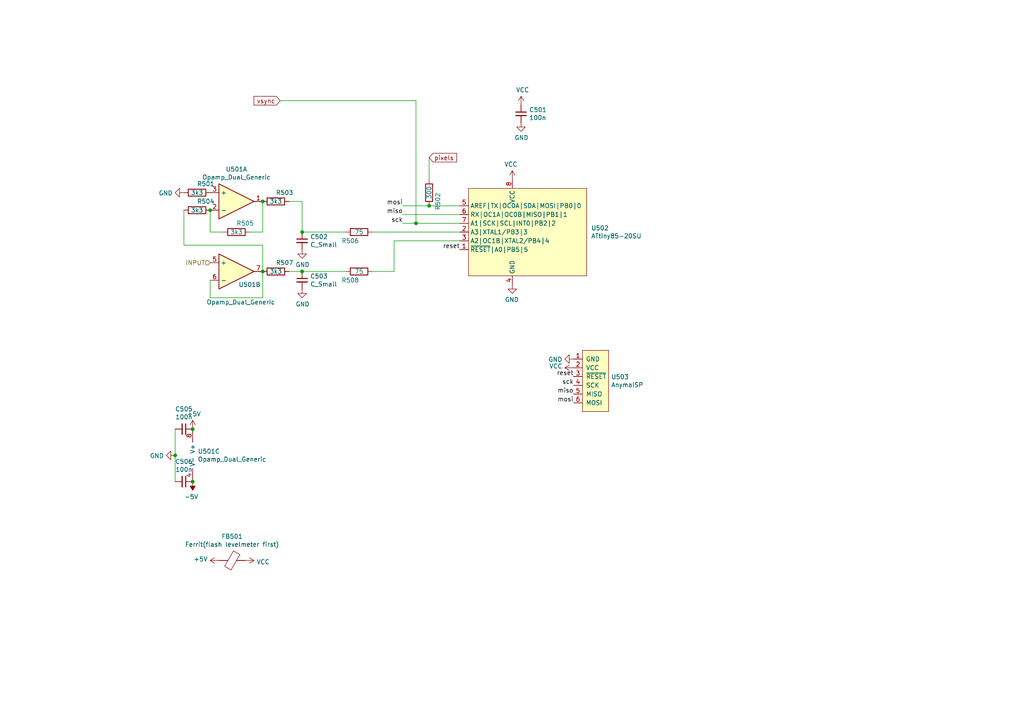
<source format=kicad_sch>
(kicad_sch (version 20211123) (generator eeschema)
  (paper "A4")
  (title_block (title "vMIX20-Levelmeter") (date "2020-11-23") (company "[ a n y m a ]"))
  (lib_symbols
    (symbol "Anyma_Library:AnymaISP" (pin_names (offset 1.016))
      (property "Reference" "U" (at 1.27 13.97 0))
      (property "Value" "AnymaISP" (at 3.81 -6.35 0))
      (symbol "AnymaISP_0_1"
        (polyline (pts (xy 0 12.7) (xy 7.62 12.7) (xy 7.62 -5.08) (xy 0 -5.08) (xy 0 12.7)) (fill (type background)))
      )
      (symbol "AnymaISP_1_1"
        (pin power_out line (at -2.54 10.16 0) (length 2.54) (name "GND") (number "1"))
        (pin power_out line (at -2.54 7.62 0) (length 2.54) (name "VCC") (number "2"))
        (pin bidirectional line (at -2.54 5.08 0) (length 2.54) (name "~{RESET}") (number "3"))
        (pin bidirectional line (at -2.54 2.54 0) (length 2.54) (name "SCK") (number "4"))
        (pin bidirectional line (at -2.54 0 0) (length 2.54) (name "MISO") (number "5"))
        (pin bidirectional line (at -2.54 -2.54 0) (length 2.54) (name "MOSI") (number "6"))
      )
    )
    (symbol "power:GND" (power) (pin_names (offset 0))
      (property "Value" "GND" (at 0 -3.81 0))
      (symbol "GND_0_1"
        (polyline (pts (xy 0 0) (xy 0 -1.27) (xy 1.27 -1.27) (xy 0 -2.54) (xy -1.27 -1.27) (xy 0 -1.27)))
      )
      (symbol "GND_1_1"
        (pin power_in line (at 0 0 270) (length 0) hide (name "GND") (number "1"))
      )
    )
    (symbol "power:VCC" (power) (pin_names (offset 0))
      (property "Value" "VCC" (at 0 3.81 0))
      (symbol "VCC_0_1"
        (polyline (pts (xy -0.762 1.27) (xy 0 2.54)))
        (polyline (pts (xy 0 0) (xy 0 2.54)))
        (polyline (pts (xy 0 2.54) (xy 0.762 1.27)))
      )
      (symbol "VCC_1_1"
        (pin power_in line (at 0 0 90) (length 0) hide (name "VCC") (number "1"))
      )
    )
    (symbol "synkie_symbols:+5V" (power) (pin_names (offset 0))
      (property "Value" "+5V" (at 0 3.556 0))
      (symbol "+5V_0_1"
        (polyline (pts (xy -0.762 1.27) (xy 0 2.54)))
        (polyline (pts (xy 0 0) (xy 0 2.54)))
        (polyline (pts (xy 0 2.54) (xy 0.762 1.27)))
      )
      (symbol "+5V_1_1"
        (pin power_in line (at 0 0 90) (length 0) hide (name "+5V") (number "1"))
      )
    )
    (symbol "synkie_symbols:-5V" (power) (pin_names (offset 0))
      (property "Value" "-5V" (at 0 3.81 0))
      (symbol "-5V_0_0"
        (pin power_in line (at 0 0 90) (length 0) hide (name "-5V") (number "1"))
      )
      (symbol "-5V_0_1"
        (polyline (pts (xy 0 0) (xy 0 1.27) (xy 0.762 1.27) (xy 0 2.54) (xy -0.762 1.27) (xy 0 1.27)) (fill (type outline)))
      )
    )
    (symbol "synkie_symbols:ATtiny85-20SU"
      (property "Reference" "U" (at -12.7 13.97 0))
      (property "Value" "ATtiny85-20SU" (at 2.54 -13.97 0))
      (symbol "ATtiny85-20SU_0_1"
        (rectangle (start -21.59 12.7) (end 12.7 -12.7) (fill (type background)))
      )
      (symbol "ATtiny85-20SU_1_1"
        (pin bidirectional line (at 15.24 -5.08 180) (length 2.54) (name "~{RESET}|A0|PB5|5") (number "1"))
        (pin bidirectional line (at 15.24 0 180) (length 2.54) (name "A3|XTAL1/PB3|3") (number "2"))
        (pin bidirectional line (at 15.24 -2.54 180) (length 2.54) (name "A2|OC1B|XTAL2/PB4|4") (number "3"))
        (pin power_in line (at 0 -15.24 90) (length 2.54) (name "GND") (number "4"))
        (pin bidirectional line (at 15.24 7.62 180) (length 2.54) (name "AREF|TX|OC0A|SDA|MOSI|PB0|0") (number "5"))
        (pin bidirectional line (at 15.24 5.08 180) (length 2.54) (name "RX|OC1A|OC0B|MISO|PB1|1") (number "6"))
        (pin bidirectional line (at 15.24 2.54 180) (length 2.54) (name "A1|SCK|SCL|INT0|PB2|2") (number "7"))
        (pin power_in line (at 0 15.24 270) (length 2.54) (name "VCC") (number "8"))
      )
    )
    (symbol "synkie_symbols:C_Small" (pin_numbers hide) (pin_names (offset 0.254) hide)
      (property "Reference" "C" (at 0.254 1.778 0))
      (property "Value" "C_Small" (at 0.254 -2.032 0))
      (symbol "C_Small_0_1"
        (polyline (pts (xy -1.524 -0.508) (xy 1.524 -0.508)) (stroke (width 0.3302)))
        (polyline (pts (xy -1.524 0.508) (xy 1.524 0.508)) (stroke (width 0.3048)))
      )
      (symbol "C_Small_1_1"
        (pin passive line (at 0 2.54 270) (length 2.032) (name "~") (number "1"))
        (pin passive line (at 0 -2.54 90) (length 2.032) (name "~") (number "2"))
      )
    )
    (symbol "synkie_symbols:Ferrite_Bead" (pin_numbers hide) (pin_names (offset 0))
      (property "Reference" "FB" (at -3.81 0.635 90))
      (property "Value" "Ferrite_Bead" (at 3.81 0 90))
      (symbol "Ferrite_Bead_0_1"
        (polyline (pts (xy 0 -1.27) (xy 0 -1.2192)))
        (polyline (pts (xy 0 1.27) (xy 0 1.2954)))
        (polyline (pts (xy -2.7686 0.4064) (xy -1.7018 2.2606) (xy 2.7686 -0.3048) (xy 1.6764 -2.159) (xy -2.7686 0.4064)))
      )
      (symbol "Ferrite_Bead_1_1"
        (pin passive line (at 0 3.81 270) (length 2.54) (name "~") (number "1"))
        (pin passive line (at 0 -3.81 90) (length 2.54) (name "~") (number "2"))
      )
    )
    (symbol "synkie_symbols:Opamp_Dual_Generic"
      (property "Reference" "U" (at 0 5.08 0))
      (property "Value" "Opamp_Dual_Generic" (at 0 -5.08 0))
      (symbol "Opamp_Dual_Generic_1_1"
        (polyline (pts (xy -5.08 5.08) (xy 5.08 0) (xy -5.08 -5.08) (xy -5.08 5.08)) (stroke (width 0.254)) (fill (type background)))
        (pin output line (at 7.62 0 180) (length 2.54) (name "~") (number "1"))
        (pin input line (at -7.62 -2.54 0) (length 2.54) (name "-") (number "2"))
        (pin input line (at -7.62 2.54 0) (length 2.54) (name "+") (number "3"))
      )
      (symbol "Opamp_Dual_Generic_2_1"
        (polyline (pts (xy -5.08 5.08) (xy 5.08 0) (xy -5.08 -5.08) (xy -5.08 5.08)) (stroke (width 0.254)) (fill (type background)))
        (pin input line (at -7.62 2.54 0) (length 2.54) (name "+") (number "5"))
        (pin input line (at -7.62 -2.54 0) (length 2.54) (name "-") (number "6"))
        (pin output line (at 7.62 0 180) (length 2.54) (name "~") (number "7"))
      )
      (symbol "Opamp_Dual_Generic_3_1"
        (pin power_in line (at -2.54 -7.62 90) (length 3.81) (name "V-") (number "4"))
        (pin power_in line (at -2.54 7.62 270) (length 3.81) (name "V+") (number "8"))
      )
    )
    (symbol "synkie_symbols:R" (pin_numbers hide) (pin_names (offset 0))
      (property "Reference" "R" (at 2.032 0 90))
      (property "Value" "R" (at 0 0 90))
      (symbol "R_0_1"
        (rectangle (start -1.016 -2.54) (end 1.016 2.54) (stroke (width 0.254)))
      )
      (symbol "R_1_1"
        (pin passive line (at 0 3.81 270) (length 1.27) (name "~") (number "1"))
        (pin passive line (at 0 -3.81 90) (length 1.27) (name "~") (number "2"))
      )
    )
  )
  (junction (at 124.46 59.69))
  (junction (at 87.63 67.31))
  (junction (at 60.96 60.96))
  (junction (at 55.88 124.46))
  (junction (at 76.2 58.42))
  (junction (at 55.88 139.7))
  (junction (at 50.8 132.08))
  (junction (at 76.2 78.74))
  (junction (at 87.63 78.74))
  (junction (at 120.65 64.77))
  (wire (pts (xy 107.95 67.31) (xy 133.35 67.31)))
  (wire (pts (xy 64.77 67.31) (xy 60.96 67.31)))
  (wire (pts (xy 120.65 64.77) (xy 116.84 64.77)))
  (wire (pts (xy 50.8 132.08) (xy 50.8 139.7)))
  (wire (pts (xy 100.33 67.31) (xy 87.63 67.31)))
  (wire (pts (xy 60.96 67.31) (xy 60.96 60.96)))
  (wire (pts (xy 87.63 58.42) (xy 87.63 67.31)))
  (wire (pts (xy 114.3 78.74) (xy 114.3 69.85)))
  (wire (pts (xy 133.35 62.23) (xy 116.84 62.23)))
  (wire (pts (xy 53.34 71.12) (xy 76.2 71.12)))
  (wire (pts (xy 133.35 59.69) (xy 124.46 59.69)))
  (wire (pts (xy 60.96 86.36) (xy 76.2 86.36)))
  (wire (pts (xy 50.8 124.46) (xy 50.8 132.08)))
  (wire (pts (xy 114.3 69.85) (xy 133.35 69.85)))
  (wire (pts (xy 83.82 58.42) (xy 87.63 58.42)))
  (wire (pts (xy 81.28 29.21) (xy 120.65 29.21)))
  (wire (pts (xy 124.46 52.07) (xy 124.46 45.72)))
  (wire (pts (xy 53.34 71.12) (xy 53.34 60.96)))
  (wire (pts (xy 76.2 67.31) (xy 76.2 58.42)))
  (wire (pts (xy 133.35 64.77) (xy 120.65 64.77)))
  (wire (pts (xy 76.2 78.74) (xy 76.2 71.12)))
  (wire (pts (xy 114.3 78.74) (xy 107.95 78.74)))
  (wire (pts (xy 100.33 78.74) (xy 87.63 78.74)))
  (wire (pts (xy 120.65 29.21) (xy 120.65 64.77)))
  (wire (pts (xy 83.82 78.74) (xy 87.63 78.74)))
  (wire (pts (xy 76.2 86.36) (xy 76.2 78.74)))
  (wire (pts (xy 124.46 59.69) (xy 116.84 59.69)))
  (wire (pts (xy 72.39 67.31) (xy 76.2 67.31)))
  (wire (pts (xy 60.96 81.28) (xy 60.96 86.36)))
  (label "mosi" (at 166.37 116.84 180))
  (label "miso" (at 166.37 114.3 180))
  (label "sck" (at 166.37 111.76 180))
  (label "reset" (at 166.37 109.22 180))
  (label "sck" (at 116.84 64.77 180))
  (label "reset" (at 133.35 72.39 180))
  (label "mosi" (at 116.84 59.69 180))
  (label "miso" (at 116.84 62.23 180))
  (global_label "vsync" (shape input) (at 81.28 29.21 180) (property "Intersheet References" "${INTERSHEET_REFS}" (effects hide)))
  (global_label "pixels" (shape input) (at 124.46 45.72 0) (property "Intersheet References" "${INTERSHEET_REFS}" (effects hide)))
  (hierarchical_label "INPUT" (shape input) (at 60.96 76.2 180))
  (symbol (lib_id "synkie_symbols:R") (at 104.14 67.31 90) (unit 1)
    (property "Reference" "R506" (at 101.6 69.85 90))
    (property "Value" "75" (at 104.14 67.31 90))
    (property "Footprint" "synkie_footprints:R_0805_2012Metric_Pad1.15x1.40mm_HandSolder" (effects hide))
  )
  (symbol (lib_id "synkie_symbols:R") (at 104.14 78.74 90) (unit 1)
    (property "Reference" "R508" (at 101.6 81.28 90))
    (property "Value" "75" (at 104.14 78.74 90))
    (property "Footprint" "synkie_footprints:R_0805_2012Metric_Pad1.15x1.40mm_HandSolder" (effects hide))
  )
  (symbol (lib_id "synkie_symbols:ATtiny85-20SU") (at 148.59 67.31 0) (mirror y) (unit 1)
    (property "Reference" "U502" (at 171.4246 66.1416 0) (effects (justify right)))
    (property "Value" "ATtiny85-20SU" (at 171.4246 68.453 0) (effects (justify right)))
    (property "Footprint" "Package_SO:SOIJ-8_5.3x5.3mm_P1.27mm" (effects hide))
    (property "Datasheet" "http://ww1.microchip.com/downloads/en/DeviceDoc/atmel-2586-avr-8-bit-microcontroller-attiny25-attiny45-attiny85_datasheet.pdf" (effects hide))
  )
  (symbol (lib_id "power:GND") (at 148.59 82.55 0) (mirror y) (unit 1)
    (property "Reference" "#PWR0506" (effects hide))
    (property "Value" "GND" (at 148.463 86.9442 0))
  )
  (symbol (lib_id "power:VCC") (at 148.59 52.07 0) (mirror y) (unit 1)
    (property "Reference" "#PWR0503" (effects hide))
    (property "Value" "VCC" (at 148.1582 47.6758 0))
  )
  (symbol (lib_id "Anyma_Library:AnymaISP") (at 168.91 114.3 0) (unit 1)
    (property "Reference" "U503" (at 177.2412 109.3216 0) (effects (justify left)))
    (property "Value" "AnymaISP" (at 177.2412 111.633 0) (effects (justify left)))
    (property "Footprint" "anyma_footprints:Pinhead_SMD_6" (effects hide))
  )
  (symbol (lib_id "power:GND") (at 166.37 104.14 270) (unit 1)
    (property "Reference" "#PWR0508" (effects hide))
    (property "Value" "GND" (at 163.1188 104.267 90) (effects (justify right)))
  )
  (symbol (lib_id "power:VCC") (at 166.37 106.68 90) (unit 1)
    (property "Reference" "#PWR0510" (effects hide))
    (property "Value" "VCC" (at 163.1442 106.2228 90) (effects (justify left)))
  )
  (symbol (lib_id "synkie_symbols:Opamp_Dual_Generic") (at 68.58 58.42 0) (unit 1)
    (property "Reference" "U501" (at 68.58 49.0982 0))
    (property "Value" "Opamp_Dual_Generic" (at 68.58 51.4096 0))
    (property "Footprint" "synkie_footprints:SOIC-8_3.9x4.9mm_P1.27mm" (effects hide))
  )
  (symbol (lib_id "synkie_symbols:Opamp_Dual_Generic") (at 68.58 78.74 0) (unit 2)
    (property "Reference" "U501" (at 72.39 82.55 0))
    (property "Value" "Opamp_Dual_Generic" (at 69.85 87.63 0))
    (property "Footprint" "synkie_footprints:SOIC-8_3.9x4.9mm_P1.27mm" (effects hide))
  )
  (symbol (lib_id "synkie_symbols:Opamp_Dual_Generic") (at 58.42 132.08 0) (unit 3)
    (property "Reference" "U501" (at 57.3532 130.9116 0) (effects (justify left)))
    (property "Value" "Opamp_Dual_Generic" (at 57.3532 133.223 0) (effects (justify left)))
    (property "Footprint" "synkie_footprints:SOIC-8_3.9x4.9mm_P1.27mm" (effects hide))
  )
  (symbol (lib_id "synkie_symbols:C_Small") (at 53.34 124.46 270) (unit 1)
    (property "Reference" "C505" (at 53.34 118.6434 90))
    (property "Value" "100n" (at 53.34 120.9548 90))
    (property "Footprint" "synkie_footprints:C_0603_1608Metric_Pad1.05x0.95mm_HandSolder" (effects hide))
  )
  (symbol (lib_id "synkie_symbols:C_Small") (at 53.34 139.7 270) (unit 1)
    (property "Reference" "C506" (at 53.34 133.8834 90))
    (property "Value" "100n" (at 53.34 136.1948 90))
    (property "Footprint" "synkie_footprints:C_0603_1608Metric_Pad1.05x0.95mm_HandSolder" (effects hide))
  )
  (symbol (lib_id "power:GND") (at 50.8 132.08 270) (unit 1)
    (property "Reference" "#PWR0513" (effects hide))
    (property "Value" "GND" (at 47.5488 132.207 90) (effects (justify right)))
  )
  (symbol (lib_id "synkie_symbols:+5V") (at 55.88 124.46 0) (unit 1)
    (property "Reference" "#PWR0512" (effects hide))
    (property "Value" "+5V" (at 56.261 120.0658 0))
  )
  (symbol (lib_id "synkie_symbols:-5V") (at 55.88 139.7 180) (unit 1)
    (property "Reference" "#PWR0514" (effects hide))
    (property "Value" "-5V" (at 55.499 144.0942 0))
  )
  (symbol (lib_id "synkie_symbols:+5V") (at 63.5 162.56 90) (unit 1)
    (property "Reference" "#PWR0515" (effects hide))
    (property "Value" "+5V" (at 60.2488 162.179 90) (effects (justify left)))
  )
  (symbol (lib_id "synkie_symbols:Ferrite_Bead") (at 67.31 162.56 270) (unit 1)
    (property "Reference" "FB501" (at 67.31 155.6004 90))
    (property "Value" "Ferrit(flash levelmeter first)" (at 67.31 157.9118 90))
    (property "Footprint" "synkie_footprints:L_0805_2012Metric_Pad1.15x1.40mm_HandSolder" (effects hide))
  )
  (symbol (lib_id "power:VCC") (at 71.12 162.56 270) (unit 1)
    (property "Reference" "#PWR0516" (effects hide))
    (property "Value" "VCC" (at 74.3712 162.9918 90) (effects (justify left)))
  )
  (symbol (lib_id "synkie_symbols:C_Small") (at 87.63 81.28 0) (unit 1)
    (property "Reference" "C503" (at 89.9668 80.1116 0) (effects (justify left)))
    (property "Value" "C_Small" (at 89.9668 82.423 0) (effects (justify left)))
    (property "Footprint" "synkie_footprints:C_0603_1608Metric_Pad1.05x0.95mm_HandSolder" (effects hide))
  )
  (symbol (lib_id "power:GND") (at 87.63 83.82 0) (unit 1)
    (property "Reference" "#PWR0507" (effects hide))
    (property "Value" "GND" (at 87.757 88.2142 0))
  )
  (symbol (lib_id "synkie_symbols:R") (at 68.58 67.31 270) (unit 1)
    (property "Reference" "R505" (at 71.12 64.77 90))
    (property "Value" "3k3" (at 68.58 67.31 90))
    (property "Footprint" "synkie_footprints:R_0805_2012Metric_Pad1.15x1.40mm_HandSolder" (effects hide))
  )
  (symbol (lib_id "synkie_symbols:R") (at 80.01 78.74 270) (unit 1)
    (property "Reference" "R507" (at 82.55 76.2 90))
    (property "Value" "3k3" (at 80.01 78.74 90))
    (property "Footprint" "synkie_footprints:R_0805_2012Metric_Pad1.15x1.40mm_HandSolder" (effects hide))
  )
  (symbol (lib_id "synkie_symbols:R") (at 57.15 60.96 270) (unit 1)
    (property "Reference" "R504" (at 59.69 58.42 90))
    (property "Value" "3k3" (at 57.15 60.96 90))
    (property "Footprint" "synkie_footprints:R_0805_2012Metric_Pad1.15x1.40mm_HandSolder" (effects hide))
  )
  (symbol (lib_id "synkie_symbols:R") (at 80.01 58.42 270) (unit 1)
    (property "Reference" "R503" (at 82.55 55.88 90))
    (property "Value" "3k3" (at 80.01 58.42 90))
    (property "Footprint" "synkie_footprints:R_0805_2012Metric_Pad1.15x1.40mm_HandSolder" (effects hide))
  )
  (symbol (lib_id "synkie_symbols:R") (at 57.15 55.88 270) (unit 1)
    (property "Reference" "R501" (at 59.69 53.34 90))
    (property "Value" "3k3" (at 57.15 55.88 90))
    (property "Footprint" "synkie_footprints:R_0805_2012Metric_Pad1.15x1.40mm_HandSolder" (effects hide))
  )
  (symbol (lib_id "power:GND") (at 53.34 55.88 270) (unit 1)
    (property "Reference" "#PWR0504" (effects hide))
    (property "Value" "GND" (at 50.0888 56.007 90) (effects (justify right)))
  )
  (symbol (lib_id "synkie_symbols:C_Small") (at 87.63 69.85 0) (unit 1)
    (property "Reference" "C502" (at 89.9668 68.6816 0) (effects (justify left)))
    (property "Value" "C_Small" (at 89.9668 70.993 0) (effects (justify left)))
    (property "Footprint" "synkie_footprints:C_0603_1608Metric_Pad1.05x0.95mm_HandSolder" (effects hide))
  )
  (symbol (lib_id "power:GND") (at 87.63 72.39 0) (unit 1)
    (property "Reference" "#PWR0505" (effects hide))
    (property "Value" "GND" (at 87.757 76.7842 0))
  )
  (symbol (lib_id "synkie_symbols:R") (at 124.46 55.88 180) (unit 1)
    (property "Reference" "R502" (at 127 58.42 90))
    (property "Value" "300" (at 124.46 55.88 90))
    (property "Footprint" "synkie_footprints:R_0805_2012Metric_Pad1.15x1.40mm_HandSolder" (effects hide))
  )
  (symbol (lib_id "power:VCC") (at 151.13 30.48 0) (unit 1)
    (property "Reference" "#PWR0501" (effects hide))
    (property "Value" "VCC" (at 151.5618 26.0858 0))
  )
  (symbol (lib_id "synkie_symbols:C_Small") (at 151.13 33.02 0) (unit 1)
    (property "Reference" "C501" (at 153.4668 31.8516 0) (effects (justify left)))
    (property "Value" "100n" (at 153.4668 34.163 0) (effects (justify left)))
    (property "Footprint" "synkie_footprints:C_0603_1608Metric_Pad1.05x0.95mm_HandSolder" (effects hide))
  )
  (symbol (lib_id "power:GND") (at 151.13 35.56 0) (unit 1)
    (property "Reference" "#PWR0502" (effects hide))
    (property "Value" "GND" (at 151.257 39.9542 0))
  )
)
</source>
